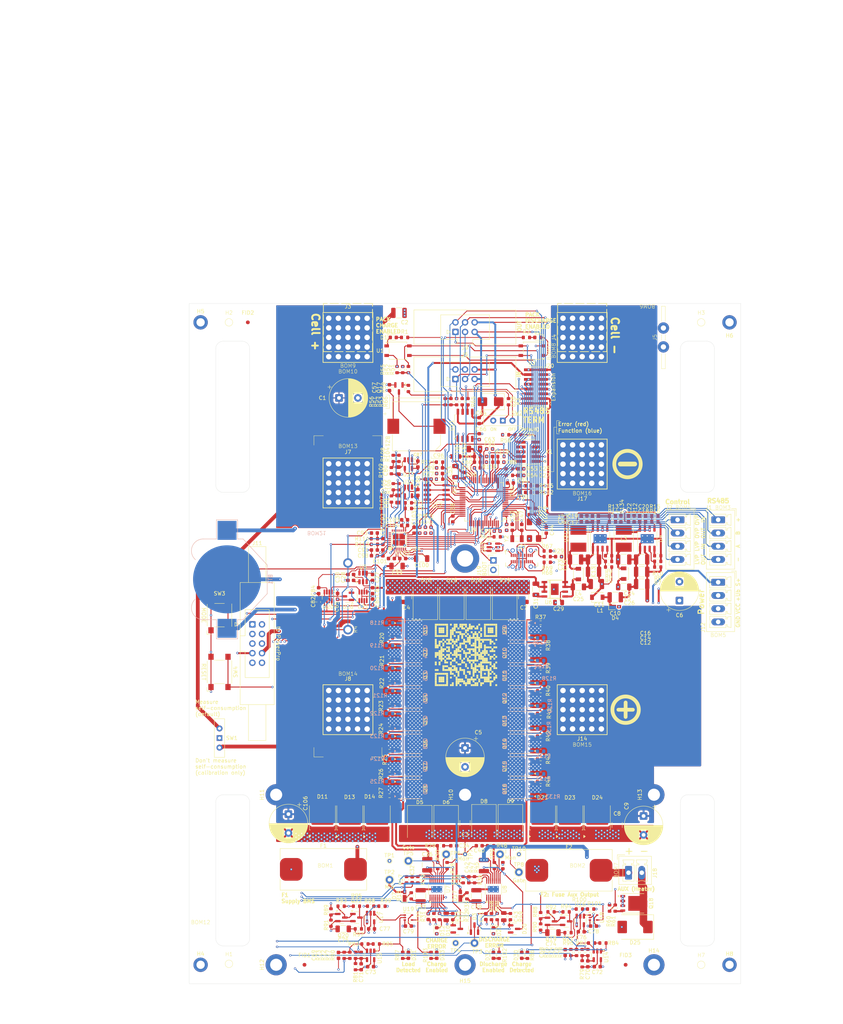
<source format=kicad_pcb>
(kicad_pcb
	(version 20241229)
	(generator "pcbnew")
	(generator_version "9.0")
	(general
		(thickness 1.74)
		(legacy_teardrops no)
	)
	(paper "A3" portrait)
	(layers
		(0 "F.Cu" signal)
		(4 "In1.Cu" signal)
		(6 "In2.Cu" signal)
		(8 "In3.Cu" signal)
		(10 "In4.Cu" signal)
		(2 "B.Cu" signal)
		(9 "F.Adhes" user "F.Adhesive")
		(11 "B.Adhes" user "B.Adhesive")
		(13 "F.Paste" user)
		(15 "B.Paste" user)
		(5 "F.SilkS" user "F.Silkscreen")
		(7 "B.SilkS" user "B.Silkscreen")
		(1 "F.Mask" user)
		(3 "B.Mask" user)
		(17 "Dwgs.User" user "User.Drawings")
		(19 "Cmts.User" user "User.Comments")
		(21 "Eco1.User" user "User.Eco1")
		(23 "Eco2.User" user "User.Eco2")
		(25 "Edge.Cuts" user)
		(27 "Margin" user)
		(31 "F.CrtYd" user "F.Courtyard")
		(29 "B.CrtYd" user "B.Courtyard")
		(35 "F.Fab" user)
		(33 "B.Fab" user)
		(39 "User.1" user)
		(41 "User.2" user "User.2 -Bemaßung")
		(43 "User.3" user "User.3 - Heatsink")
		(45 "User.4" user)
		(47 "User.5" user)
		(49 "User.6" user)
		(51 "User.7" user)
		(53 "User.8" user)
		(55 "User.9" user)
	)
	(setup
		(stackup
			(layer "F.SilkS"
				(type "Top Silk Screen")
			)
			(layer "F.Paste"
				(type "Top Solder Paste")
			)
			(layer "F.Mask"
				(type "Top Solder Mask")
				(color "Red")
				(thickness 0.01)
			)
			(layer "F.Cu"
				(type "copper")
				(thickness 0.07)
			)
			(layer "dielectric 1"
				(type "prepreg")
				(thickness 0.1)
				(material "FR4")
				(epsilon_r 4.5)
				(loss_tangent 0.02)
			)
			(layer "In1.Cu"
				(type "copper")
				(thickness 0.07)
			)
			(layer "dielectric 2"
				(type "core")
				(thickness 0.535)
				(material "FR4")
				(epsilon_r 4.5)
				(loss_tangent 0.02)
			)
			(layer "In2.Cu"
				(type "copper")
				(thickness 0.07)
			)
			(layer "dielectric 3"
				(type "prepreg")
				(thickness 0.1)
				(material "FR4")
				(epsilon_r 4.5)
				(loss_tangent 0.02)
			)
			(layer "In3.Cu"
				(type "copper")
				(thickness 0.035)
			)
			(layer "dielectric 4"
				(type "core")
				(thickness 0.535)
				(material "FR4")
				(epsilon_r 4.5)
				(loss_tangent 0.02)
			)
			(layer "In4.Cu"
				(type "copper")
				(thickness 0.035)
			)
			(layer "dielectric 5"
				(type "prepreg")
				(thickness 0.1)
				(material "FR4")
				(epsilon_r 4.5)
				(loss_tangent 0.02)
			)
			(layer "B.Cu"
				(type "copper")
				(thickness 0.07)
			)
			(layer "B.Mask"
				(type "Bottom Solder Mask")
				(thickness 0.01)
			)
			(layer "B.Paste"
				(type "Bottom Solder Paste")
			)
			(layer "B.SilkS"
				(type "Bottom Silk Screen")
			)
			(copper_finish "None")
			(dielectric_constraints no)
		)
		(pad_to_mask_clearance 0)
		(allow_soldermask_bridges_in_footprints no)
		(tenting front back)
		(aux_axis_origin 100 120)
		(grid_origin 173 120)
		(pcbplotparams
			(layerselection 0x00000000_00000000_55555555_5755f5ff)
			(plot_on_all_layers_selection 0x00000000_00000000_00000000_00000000)
			(disableapertmacros no)
			(usegerberextensions no)
			(usegerberattributes yes)
			(usegerberadvancedattributes yes)
			(creategerberjobfile yes)
			(dashed_line_dash_ratio 12.000000)
			(dashed_line_gap_ratio 3.000000)
			(svgprecision 4)
			(plotframeref no)
			(mode 1)
			(useauxorigin no)
			(hpglpennumber 1)
			(hpglpenspeed 20)
			(hpglpendiameter 15.000000)
			(pdf_front_fp_property_popups yes)
			(pdf_back_fp_property_popups yes)
			(pdf_metadata yes)
			(pdf_single_document no)
			(dxfpolygonmode yes)
			(dxfimperialunits yes)
			(dxfusepcbnewfont yes)
			(psnegative no)
			(psa4output no)
			(plot_black_and_white yes)
			(sketchpadsonfab no)
			(plotpadnumbers no)
			(hidednponfab no)
			(sketchdnponfab yes)
			(crossoutdnponfab yes)
			(subtractmaskfromsilk no)
			(outputformat 1)
			(mirror no)
			(drillshape 1)
			(scaleselection 1)
			(outputdirectory "")
		)
	)
	(net 0 "")
	(net 1 "Net-(D1-K)")
	(net 2 "GND")
	(net 3 "Net-(D2-K)")
	(net 4 "VCC")
	(net 5 "Net-(D1-A)")
	(net 6 "BAT+CONTROLED")
	(net 7 "Net-(D4-K)")
	(net 8 "5V5")
	(net 9 "Net-(U3-VIN)")
	(net 10 "5V0")
	(net 11 "VREF")
	(net 12 "BAT+MEASURED")
	(net 13 "Net-(U3-BST)")
	(net 14 "/analog_measurement/Shunt_A")
	(net 15 "/analog_measurement/Shunt_B")
	(net 16 "ISENSE_FAST+")
	(net 17 "Net-(Q4-G)")
	(net 18 "/analog_measurement/ISENSE_PREZ+")
	(net 19 "Net-(Q5-G)")
	(net 20 "Net-(Q6-G)")
	(net 21 "Net-(Q7-G)")
	(net 22 "Net-(Q8-G)")
	(net 23 "Net-(U3-SW)")
	(net 24 "Net-(C19-Pad1)")
	(net 25 "Net-(U3-FB)")
	(net 26 "Net-(C20-Pad1)")
	(net 27 "Net-(C21-Pad2)")
	(net 28 "/analog_measurement/ISENSE_PREZ-")
	(net 29 "ISENSE_FAST-")
	(net 30 "USENSE+_BUF")
	(net 31 "USENSE_SHUNT_BUF")
	(net 32 "USENSE-_BUF")
	(net 33 "USENSE_SHUNT_BUF-")
	(net 34 "/analog_measurement/ISENSE+")
	(net 35 "/OVP_IN")
	(net 36 "/analog_measurement/ISENSE-")
	(net 37 "SPI1_MOSI")
	(net 38 "/LVP_IN")
	(net 39 "/OVP_OUT")
	(net 40 "/LVP_OUT")
	(net 41 "Net-(Q1-G)")
	(net 42 "Net-(Q2-G)")
	(net 43 "Net-(Q3-G)")
	(net 44 "/greenMeter/CHARGE_ENABLED")
	(net 45 "/greenMeter/DISCHARGE_ENABLED")
	(net 46 "/greenMeter/AUX_EN")
	(net 47 "ADC_START")
	(net 48 "SPI1_MISO")
	(net 49 "/greenMeter/SWCLK")
	(net 50 "/switchControl/CHG_DETECTED")
	(net 51 "Net-(C22-Pad2)")
	(net 52 "/switchControl/LOAD_DETECTED")
	(net 53 "Net-(U5-FILTER)")
	(net 54 "ADC_DRDY")
	(net 55 "ADC_RESET")
	(net 56 "/greenMeter/SWDIO")
	(net 57 "/CHARGE_CONTROL")
	(net 58 "Net-(U6-SS)")
	(net 59 "Net-(C34-Pad1)")
	(net 60 "Net-(Q13-G)")
	(net 61 "Net-(Q14-G)")
	(net 62 "Net-(Q15-G)")
	(net 63 "Net-(Q16-G)")
	(net 64 "/BUS_+5V")
	(net 65 "Net-(C40-Pad1)")
	(net 66 "Net-(U4-BST)")
	(net 67 "Net-(U4-SW)")
	(net 68 "Net-(U4-FB)")
	(net 69 "Net-(U7-SNS-)")
	(net 70 "Net-(U7-TIMER)")
	(net 71 "Net-(U8-SNS-)")
	(net 72 "Net-(U8-TIMER)")
	(net 73 "Net-(Q20-C)")
	(net 74 "Net-(Q21-C)")
	(net 75 "Net-(D2-A)")
	(net 76 "/BUS_GND")
	(net 77 "/BUS_B")
	(net 78 "Net-(D7-K)")
	(net 79 "unconnected-(D10-NC-Pad2)")
	(net 80 "Net-(D12-K)")
	(net 81 "/BUS_A")
	(net 82 "/chargeControl/vcc_int")
	(net 83 "/dischargeControl/vcc_int")
	(net 84 "Net-(D17-K)")
	(net 85 "unconnected-(D20-NC-Pad2)")
	(net 86 "Net-(Q9-G)")
	(net 87 "Net-(Q10-G)")
	(net 88 "Net-(Q11-G)")
	(net 89 "Net-(Q12-G)")
	(net 90 "Net-(U4-EN{slash}UVLO)")
	(net 91 "Net-(D22-K)")
	(net 92 "Net-(U4-RON)")
	(net 93 "Net-(D26-A)")
	(net 94 "Net-(U7-TGDN)")
	(net 95 "Net-(U7-ISET)")
	(net 96 "Net-(U7-TGUP)")
	(net 97 "Net-(U7-VCCUV)")
	(net 98 "Net-(U8-TGDN)")
	(net 99 "Net-(U8-ISET)")
	(net 100 "Net-(U8-TGUP)")
	(net 101 "Net-(U8-VCCUV)")
	(net 102 "Net-(D27-A)")
	(net 103 "Net-(D29-A)")
	(net 104 "Net-(D30-A)")
	(net 105 "Net-(D31-A)")
	(net 106 "Net-(SW1-B)")
	(net 107 "Net-(U7-IMON)")
	(net 108 "Net-(U8-IMON)")
	(net 109 "unconnected-(H4-Pad1)")
	(net 110 "unconnected-(H6-Pad1)")
	(net 111 "unconnected-(H8-Pad1)")
	(net 112 "/LOAD_CONTROL")
	(net 113 "/chargeControl/BST")
	(net 114 "/dischargeControl/BST")
	(net 115 "/U_SENSE+")
	(net 116 "/greenMeter/LVP_SENSE_DIV")
	(net 117 "/greenMeter/OVP_SENSE_DIV")
	(net 118 "/B+Terminal")
	(net 119 "Net-(Q17-B)")
	(net 120 "Net-(BZ1--)")
	(net 121 "/greenMeter/Buzzer")
	(net 122 "/chargeControl/~{Fault}")
	(net 123 "/dischargeControl/~{Fault}")
	(net 124 "Net-(SW2-B)")
	(net 125 "Net-(U3-EN{slash}UVLO)")
	(net 126 "Net-(U3-RON)")
	(net 127 "unconnected-(SW2-A-Pad3)")
	(net 128 "unconnected-(H5-Pad1)")
	(net 129 "unconnected-(H9-Pad1)")
	(net 130 "~{OC_FAULT}")
	(net 131 "/p_good{slash}reset")
	(net 132 "Net-(U7-VIN)")
	(net 133 "Net-(U8-VIN)")
	(net 134 "Net-(BT1-+)")
	(net 135 "/greenMeter/BTN_MODE")
	(net 136 "Net-(D32-A)")
	(net 137 "SWITCH_IN")
	(net 138 "/greenMeter/FDCAN3_RX")
	(net 139 "/greenMeter/I2C4_SDA")
	(net 140 "/greenMeter/I2C4_SCL")
	(net 141 "/greenMeter/FDCAN2_TX")
	(net 142 "/greenMeter/RS485_R_USART1")
	(net 143 "/greenMeter/ADC3_IN5_RESERVED")
	(net 144 "/greenMeter/FDCAN2_RX")
	(net 145 "/greenMeter/FDCAN3_TX")
	(net 146 "/greenMeter/RS485_D_USART1")
	(net 147 "/greenMeter/D+")
	(net 148 "/greenMeter/D-")
	(net 149 "Net-(Q19-B)")
	(net 150 "Net-(Q19-C)")
	(net 151 "ADC_CS")
	(net 152 "SPI1_SCK")
	(net 153 "/greenMeter/I2C3_SDA")
	(net 154 "/greenMeter/I2C3_SCL")
	(net 155 "Net-(U9-PF0)")
	(net 156 "Net-(C45-Pad2)")
	(net 157 "Net-(U9-PC14)")
	(net 158 "Net-(U9-PC15)")
	(net 159 "/greenMeter/RS485_R_USART2")
	(net 160 "/greenMeter/RS485_D_USART2")
	(net 161 "/greenMeter/R1")
	(net 162 "COM")
	(net 163 "/greenMeter/R2")
	(net 164 "Net-(U9-VDDA)")
	(net 165 "Net-(U10-V_{OUT})")
	(net 166 "Net-(U14-+)")
	(net 167 "Net-(U15-+)")
	(net 168 "Net-(U14--)")
	(net 169 "Net-(U15--)")
	(net 170 "Net-(U16-+)")
	(net 171 "Net-(U17-+)")
	(net 172 "Net-(U23-+IN)")
	(net 173 "Net-(U22-+IN)")
	(net 174 "Net-(U24-REFOUT)")
	(net 175 "Net-(U24-CAPN)")
	(net 176 "Net-(U24-CAPP)")
	(net 177 "Net-(U24-BYPASS)")
	(net 178 "Net-(D25-A1)")
	(net 179 "Net-(D33-A)")
	(net 180 "Net-(J18-2)")
	(net 181 "Net-(R134-Pad1)")
	(net 182 "Net-(J19-Pin_1)")
	(net 183 "unconnected-(J21-TX2--PadB3)")
	(net 184 "unconnected-(J21-SHIELD-PadS1)")
	(net 185 "unconnected-(J21-SBU2-PadB8)")
	(net 186 "PS_IN")
	(net 187 "unconnected-(J21-SHIELD-PadS1)_1")
	(net 188 "Net-(J21-CC1)")
	(net 189 "Net-(U13-VP)")
	(net 190 "unconnected-(J21-RX2--PadA10)")
	(net 191 "unconnected-(J21-TX1--PadA3)")
	(net 192 "Net-(J21-CC2)")
	(net 193 "unconnected-(J21-SHIELD-PadS1)_2")
	(net 194 "unconnected-(J21-TX1+-PadA2)")
	(net 195 "unconnected-(J21-TX2+-PadB2)")
	(net 196 "unconnected-(J21-RX2+-PadA11)")
	(net 197 "unconnected-(J21-RX1--PadB10)")
	(net 198 "unconnected-(J21-RX1+-PadB11)")
	(net 199 "unconnected-(J21-SHIELD-PadS1)_3")
	(net 200 "unconnected-(J21-SBU1-PadA8)")
	(net 201 "Net-(Q18-G)")
	(net 202 "Net-(Q20-B)")
	(net 203 "Net-(Q22-C)")
	(net 204 "Net-(U9-PF1)")
	(net 205 "Net-(U9-PA5)")
	(net 206 "Net-(U9-PA4)")
	(net 207 "Net-(U11-A)")
	(net 208 "Net-(U11-B)")
	(net 209 "Net-(R82-Pad1)")
	(net 210 "Net-(R83-Pad1)")
	(net 211 "Net-(U17--)")
	(net 212 "Net-(U16--)")
	(net 213 "Net-(U22--IN)")
	(net 214 "Net-(U23--IN)")
	(net 215 "unconnected-(U9-PB2-Pad26)")
	(net 216 "unconnected-(U9-PB0-Pad24)")
	(net 217 "Net-(U16-Pad1)")
	(net 218 "Net-(U17-Pad1)")
	(net 219 "unconnected-(U24-NC-7-Pad25)")
	(net 220 "unconnected-(U24-NC-6-Pad24)")
	(net 221 "unconnected-(U24-NC-8-Pad26)")
	(net 222 "unconnected-(U24-NC-3-Pad21)")
	(net 223 "unconnected-(U24-NC-4-Pad22)")
	(net 224 "unconnected-(U24-NC-9-Pad27)")
	(net 225 "unconnected-(U24-NC-2-Pad20)")
	(net 226 "unconnected-(U24-NC-1-Pad19)")
	(net 227 "unconnected-(U24-NC-5-Pad23)")
	(net 228 "Net-(Q23-G)")
	(net 229 "Net-(Q24-G)")
	(net 230 "Net-(Q25-G)")
	(net 231 "Net-(Q26-G)")
	(net 232 "Net-(Q27-G)")
	(net 233 "Net-(Q28-G)")
	(net 234 "Net-(Q29-G)")
	(net 235 "Net-(Q30-G)")
	(net 236 "Net-(Q31-G)")
	(net 237 "Net-(Q32-G)")
	(net 238 "Net-(Q33-G)")
	(net 239 "Net-(Q34-G)")
	(net 240 "Net-(Q35-G)")
	(net 241 "Net-(Q36-G)")
	(net 242 "Net-(Q37-G)")
	(net 243 "Net-(Q38-G)")
	(footprint "TestPoint:TestPoint_THTPad_D2.0mm_Drill1.0mm" (layer "F.Cu") (at 168 265.75))
	(footprint "Inductor_SMD:L_0805_2012Metric" (layer "F.Cu") (at 170.5 160.5 180))
	(footprint "Resistor_SMD:R_0603_1608Metric" (layer "F.Cu") (at 195.75 281 180))
	(footprint "Connector_PinHeader_1.27mm:PinHeader_2x08_P1.27mm_Vertical_SMD" (layer "F.Cu") (at 191.75 142 180))
	(footprint "Connector_PinHeader_1.27mm:PinHeader_2x05_P1.27mm_Vertical_SMD" (layer "F.Cu") (at 189.75 159.25 180))
	(footprint "Capacitor_SMD:C_0603_1608Metric" (layer "F.Cu") (at 176.25 162 180))
	(footprint "Capacitor_SMD:C_1210_3225Metric" (layer "F.Cu") (at 163 268.525 -90))
	(footprint "Resistor_SMD:R_0603_1608Metric" (layer "F.Cu") (at 145.5 292.5 90))
	(footprint "Resistor_SMD:R_0603_1608Metric" (layer "F.Cu") (at 155.5 168.5 -90))
	(footprint "Resistor_SMD:R_0603_1608Metric" (layer "F.Cu") (at 191.25 170 180))
	(footprint "Resistor_SMD:R_0603_1608Metric" (layer "F.Cu") (at 203.25 280.25))
	(footprint "TestPoint:TestPoint_THTPad_D2.0mm_Drill1.0mm" (layer "F.Cu") (at 158 267.5))
	(footprint "Capacitor_SMD:C_0603_1608Metric" (layer "F.Cu") (at 176.25 163.5 180))
	(footprint "Button_Switch_SMD:SW_SPST_Omron_B3FS-100xP" (layer "F.Cu") (at 108 217.5 90))
	(footprint "MountingHole:MountingHole_3.2mm_M3_DIN965_Pad" (layer "F.Cu") (at 173 250 90))
	(footprint "Resistor_SMD:R_0603_1608Metric" (layer "F.Cu") (at 193 228.5 180))
	(footprint "myConnector:IDC-Header_2x05_P2.54mm_Latch9.5mm_Vertical" (layer "F.Cu") (at 116.71 204.92))
	(footprint "Capacitor_SMD:C_0603_1608Metric" (layer "F.Cu") (at 188 179.25 -90))
	(footprint "Resistor_SMD:R_0603_1608Metric"
		(layer "F.Cu")
		(uuid "14bf5766-76c5-41d7-a7ab-904942c8bd04")
		(at 149 182.25)
		(descr "Resistor SMD 0603 (1608 Metric), square (rectangular) end terminal, IPC_7351 nominal, (Body size source: IPC-SM-782 page 72, https://www.pcb-3d.com/wordpress/wp-content/uploads/ipc-sm-782a_amendment_1_and_2.pdf), generated with kicad-footprint-generator")
		(tags "resistor")
		(property "Reference" "R114"
			(at -3.25 0 0)
			(layer "F.SilkS")
			(uuid "d5aefe01-cd6f-4934-91b1-698f3df8b61b")
			(effects
				(font
					(size 1 1)
					(thickness 0.15)
				)
			)
		)
		(property "Value" "120R"
			(at 0 1.43 0)
			(layer "F.Fab")
			(uuid "abf9e2d7-64ab-49d0-ab5b-9471e3fd2bf4")
			(effects
				(font
					(size 1 1)
					(thickness 0.15)
				)
			)
		)
		(property "Datasheet" "~"
			(at 0 0 0)
			(unlocked yes)
			(layer "F.Fab")
			(hide yes)
			(uuid "a4a3c75d-448f-4150-89b3-b19a18ec292a")
			(effects
				(font
					(size 1.27 1.27)
					(thickness 0.15)
				)
			)
		)
		(property "Description" "120R0 0,1W 1% 0603 SMD"
			(at 0 0 0)
			(unlocked yes)
			(layer "F.Fab")
			(hide yes)
			(uuid "96664d03-61b5-4d77-ae39-dba772b58df1")
			(effects
				(font
					(size 1.27 1.27)
					(thickness 0.15)
				)
			)
		)
		(property "ECS Art#" "R175"
			(at 0 0 0)
			(unlocked yes)
			(layer "F.Fab")
			(hide yes)
			(uuid "397325c7-66a5-4079-bd03-963cf3975f42")
			(effects
				(font
					(size 1 1)
					(thickness 0.15)
				)
			)
		)
		(property "HAN" "RC0603FR-07120RL"
			(at 0 0 0)
			(unlocked yes)
			(layer "F.Fab")
			(hide yes)
			(uuid "a0388d3a-898a-44ef-95d0-174f55126d95")
			(effects
				(font
					(size 1 1)
					(thickness 0.15)
				)
			)
		)
		(property "Voltage" ""
			(at 0 0 0)
			(unlocked yes)
			(layer "F.Fab")
			(hide yes)
			(uuid "0d70d5d9-eadf-482a-a0ac-068322173cc0")
			(effects
				(font
					(size 1 1)
					(thickness 0.15)
				)
			)
		)
		(property "Toleranz" ""
			(at 0 0 0)
			(unlocked yes)
			(layer "F.Fab")
			(hide yes)
			(uuid "098bfea6-5285-48af-b3e4-b67013032203")
			(effects
				(font
					(size 1 1)
					(thickness 0.15)
				)
			)
		)
		(property "Hersteller" "YAGEO"
			(at 0 0 0)
			(unlocked yes)
			(layer "F.Fab")
			(hide yes)
			(uuid "9afe61d2-3f34-47f0-9fab-cea7fd50836d")
			(effects
				(font
					(size 1 1)
					(thickness 0.15)
				)
			)
		)
		(property "Field-1" ""
			(at 0 0 0)
			(unlocked yes)
			(layer "F.Fab")
			(hide yes)
			(uuid "17c12118-8b66-4b21-ad8e-1adcca0a04ab")
			(effects
				(font
					(size 1 1)
					(thickness 0.15)
				)
			)
		)
		(property "Sim.Device" ""
			(at 0 0 0)
			(unlocked yes)
			(layer "F.Fab")
			(hide yes)
			(uuid "7a0f46c1-ab9d-4a87-9fc0-06280218b8a7")
			(effects
				(font
					(size 1 1)
					(thickness 0.15)
				)
			)
		)
		(property "Sim.Pins" ""
			(at 0 0 0)
			(unlocked yes)
			(layer "F.Fab")
			(hide yes)
			(uuid "3f30d72f-ba2b-4158-874a-edb9ed91cbfe")
			(effects
				(font
					(size 1 1)
					(thickness 0.15)
				)
			)
		)
		(property "Availability" ""
			(at 0 0 0)
			(unlocked yes)
			(layer "F.Fab")
			(hide yes)
			(uuid "401b1b95-c13e-407d-8ec3-a0b048ca27ff")
			(effects
				(font
					(size 1 1)
					(thickness 0.15)
				)
			)
		)
		(property "Check_prices" ""
			(at 0 0 0)
			(unlocked yes)
			(layer "F.Fab")
			(hide yes)
			(uuid "184dcc12-a3be-46c1-9e6f-e92a22eae399")
			(effects
				(font
					(size 1 1)
					(thickness 0.15)
				)
			)
		)
		(property "Description_1" ""
			(at 0 0 0)
			(unlocked yes)
			(layer "F.Fab")
			(hide yes)
			(uuid "5e072bd6-50bd-4446-a888-e5c482ce5058")
			(effects
				(font
					(size 1 1)
					(thickness 0.15)
				)
			)
		)
		(property "MANUFACTURER" ""
			(at 0 0 0)
			(unlocked yes)
			(layer "F.Fab")
			(hide yes)
			(uuid "2a7ae1d7-6263-4934-ba9d-584afe8d0932")
			(effects
				(font
					(size 1 1)
					(thickness 0.15)
				)
			)
		)
		(property "MAXIMUM_PACKAGE_HEIGHT" ""
			(at 0 0 0)
			(unlocked yes)
			(layer "F.Fab")
			(hide yes)
			(uuid "494236de-8c0c-4f52-88f2-eaeb7be7b4ef")
			(effects
				(font
					(size 1 1)
					(thickness 0.15)
				)
			)
		)
		(property "MP" ""
			(at 0 0 0)
			(unlocked yes)
			(layer "F.Fab")
			(hide yes)
			(uuid "3e3414dd-683f-4143-9a68-d352609e5683")
			(effects
				(font
					(size 1 1)
					(thickness 0.15)
				)
			)
		)
		(property "PARTREV" ""
			(at 0 0 0)
			(unlocked yes)
			(layer "F.Fab")
			(hide yes)
			(uuid "b426c474-1976-45e6-845b-9c1aaa3e9e16")
			(effects
				(font
					(size 1 1)
					(thickness 0.15)
				)
			)
		)
		(property "Package" ""
			(at 0 0 0)
			(unlocked yes)
			(layer "F.Fab")
			(hide yes)
			(uuid "d75874b4-3afc-4f98-b00b-b0740afb368a")
			(effects
				(font
					(size 1 1)
					(thickness 0.15)
				)
			)
		)
		(property "Price" ""
			(at 0 0 0)
			(unlocked yes)
			(layer "F.Fab")
			(hide yes)
			(uuid "9c4630ba-7107-46f6-8e3b-4bdc3f618334")
			(effects
				(font
					(size 1 1)
					(thickness 0.15)
				)
			)
		)
		(property "STANDARD" ""
			(at 0 0 0)
			(unlocked yes)
			(layer "F.Fab")
			(hide yes)
			(uuid "bbcfbaa8-5bad-48a1-bfd0-ce3c5dd8446b")
			(effects
				(font
					(size 1 1)
					(thickness 0.15)
				)
			)
		)
		(property "SnapEDA_Link" ""
			(at 0 0 0)
			(unlocked yes)
			(layer "F.Fab")
			(hide yes)
			(uuid "4ce114d1-8229-4080-9cc9-b3b70217c0ff")
			(effects
				(font
					(size 1 1)
					(thickness 0.15)
				)
			)
		)
		(property ki_fp_filters "R_*")
		(path "/5f7aa91e-db5c-4ccf-ae9c-b17085bd88f3/825d0458-7408-4cd7-bc5b-75448303c9ae")
		(sheetname "/analog_measurement/")
		(sheetfile "analog_measurement.kicad_sch")
		(attr smd)
		(fp_line
			(start -0.237258 -0.5225)
			(end 0.237258 -0.5225)
			(stroke
				(width 0.12)
				(type solid)
			)
			(layer "F.SilkS")
			(uuid "750a6ca1-cd50-4be3-a4ef-825e75d6517a")
		)
		(fp_line
			(start -0.237258 0.5225)
			(end 0.237258 0.5225)
			(stroke
				(width 0.12)
				(type solid)
			)
			(layer "F.SilkS")
			(uuid "5de983fc-1692-4a18-990e-6327f222358c")
		)
		(fp_line
			(start -1.48 -0.73)
			(end 1.48 -0.73)
			(stroke
				(width 0.05)
				(type solid)
			)
			(layer "F.CrtYd")
			(uuid "c89db264-e0c4-4629-9762-4ce67517ed4b")
		)
		(fp_line
			(start -1.48 0.73)
			(end -1.48 -0.73)
			(stroke
				(width 0.05)
				(type solid)
			)
			(layer "F.CrtYd")
			(uuid "0f40a3ac-fb9d-4afb-87c5-debc58728202")
		)
		(fp_line
			(start 1.48 -0.73)
			(end 1.48 0.73)
			(stroke
				(width 0.05)
				(type solid)
			)
			(layer "F.CrtYd")
			(uuid "f6dbe3c9-a781-4b8a-873a-67b1e1d58539")
		)
		(fp_line
			(start 1.48 0.73)
			(end -1.48 0.73)
			(stroke
				(width 0.05)
				(type solid)
			)
			(layer "F.CrtYd")
			(uuid "ab537449-09cc-4ffb-8e18-012fcc748e19")
		)
		(fp_line
			(start -0.8 -0.4125)
			(end 0.8 -0.4125)
			(stroke
				(width 0.1)
				(type solid)
			)
			(layer "F.Fab")
			(uuid "45d521cf-a123-410b-b7c7-db18d69f47e6")
		)
		(fp_line
			(start -0.8 0.4125)
			(end -0.8 -0.4125)
			(stroke
				(width 0.1)
				(type solid)
			)
			(layer "F.Fab")
			(uuid "ab3a8955-7965-4df1-ae09-550c4fa21c79")
		)
		(fp_line
			(start 0.8 -0.4125)
			(end 0.8 0.4125)
			(stroke
				(width 0.1)
				(type solid)
			)
			(layer "F.Fab")
			(uuid "d27c38b4-9614-4981-9b68-9b342891a53c")
		)
		(fp_line
			(start 0.8 0.4125)
			(end -0.8 0.4125)
			(stroke
				(width 0.1)
				(type solid)
			)
			(layer "F.Fab")
			(uuid "389d7870-1682-431a-995d-1d3e61267f73")
		)
		(fp_text user "${REFERENCE}"
			(at 0 0 0)
			(layer "F.Fab")
			(uuid "aa34b8df-8aae-4b38-9c78-6d1a6eed841e")
			(effects
				(font
					(size 0.4 0.4)
					(thickness 0.06)
				)
			)
		)
		(pad "1" smd roundrect
			(at -0.825 0)
			(size 0.8 0.95)
			(layers "F.Cu" "F.Mask" "F.Paste")
			(roundrect_rratio 0.25)
			(net 36 "/analog_measurement/ISENSE-")
			(pintype "passive")
			(uuid "fb2c0b31-d305-436d-81db-f9211d7ca9de")
		)
		(pad "2" smd roundrect
			(at 0.825 0)
			(size 0.8 0.95)
			(layers "F.Cu" "F.Mask" "F.Paste")
			(roundrect_rratio 0.25)
			(net 28 "/analog_measurement/ISENSE_PREZ-")
			(pintype "passive")
			(uuid "1fcf412a-d437-49f9-9f9b-11ab44b6b8f8")
		)
		(embedded_fonts no)
		(model "${KICAD8_3DMODEL_DIR}/Resistor_SMD.3dshapes/R_0603_1608Metric.wrl"
			(offset
				(xyz 0 0 0)
			)
			(scale
				(xyz 1 1 1)
			)
			(r
... [6355210 chars truncated]
</source>
